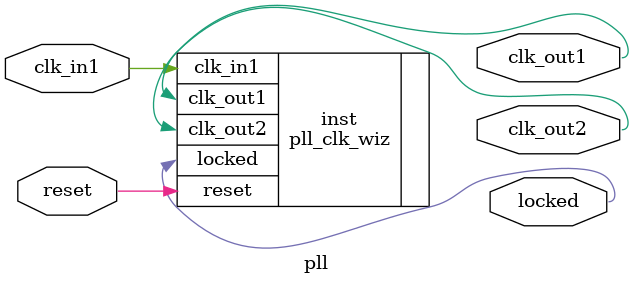
<source format=v>


`timescale 1ps/1ps

(* CORE_GENERATION_INFO = "pll,clk_wiz_v6_0_1_0_0,{component_name=pll,use_phase_alignment=true,use_min_o_jitter=false,use_max_i_jitter=false,use_dyn_phase_shift=false,use_inclk_switchover=false,use_dyn_reconfig=false,enable_axi=0,feedback_source=FDBK_AUTO,PRIMITIVE=PLL,num_out_clk=2,clkin1_period=20.000,clkin2_period=10.0,use_power_down=false,use_reset=true,use_locked=true,use_inclk_stopped=false,feedback_type=SINGLE,CLOCK_MGR_TYPE=NA,manual_override=true}" *)

module pll 
 (
  // Clock out ports
  output        clk_out1,
  output        clk_out2,
  // Status and control signals
  input         reset,
  output        locked,
 // Clock in ports
  input         clk_in1
 );

  pll_clk_wiz inst
  (
  // Clock out ports  
  .clk_out1(clk_out1),
  .clk_out2(clk_out2),
  // Status and control signals               
  .reset(reset), 
  .locked(locked),
 // Clock in ports
  .clk_in1(clk_in1)
  );

endmodule

</source>
